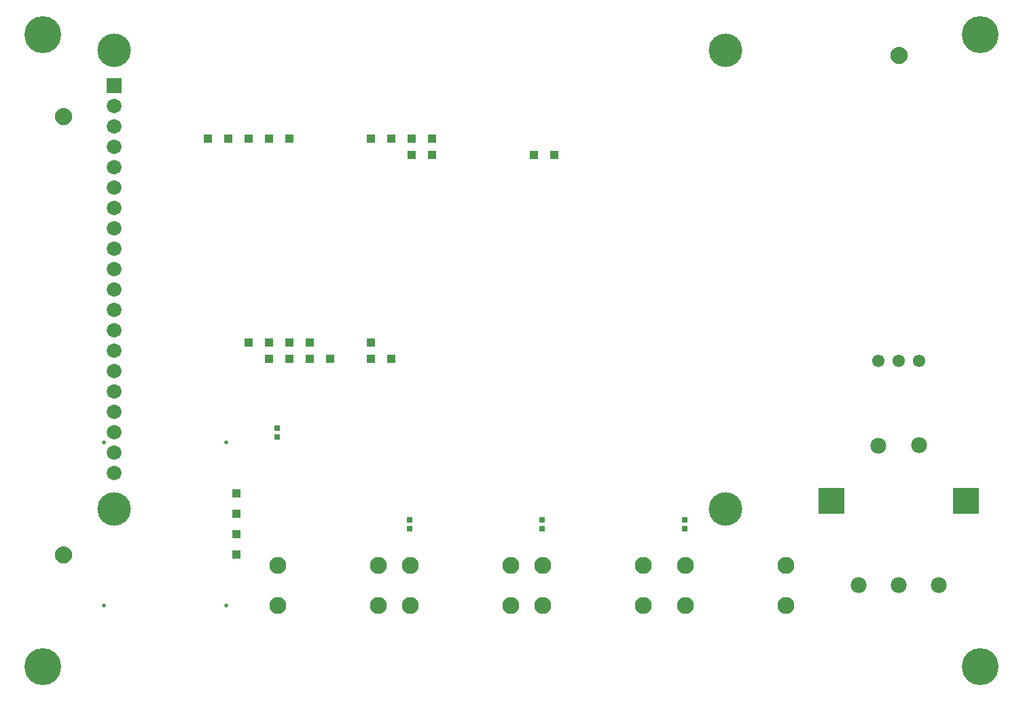
<source format=gbr>
G04 EAGLE Gerber RS-274X export*
G75*
%MOMM*%
%FSLAX34Y34*%
%LPD*%
%INSoldermask Top*%
%IPPOS*%
%AMOC8*
5,1,8,0,0,1.08239X$1,22.5*%
G01*
%ADD10C,2.112400*%
%ADD11C,1.552400*%
%ADD12R,1.057200X1.057200*%
%ADD13C,1.972400*%
%ADD14R,3.232400X3.232400*%
%ADD15R,0.660400X0.762000*%
%ADD16R,1.828800X1.828800*%
%ADD17C,1.828800*%
%ADD18C,4.168400*%
%ADD19C,4.597400*%
%ADD20C,0.502400*%
%ADD21C,0.609600*%
%ADD22C,1.168400*%


D10*
X468900Y177400D03*
X468900Y127400D03*
X343900Y127400D03*
X343900Y177400D03*
D11*
X1092600Y431800D03*
X1117600Y431800D03*
X1142600Y431800D03*
D12*
X383540Y454660D03*
X358140Y454660D03*
X332740Y454660D03*
X307340Y454660D03*
X408940Y434340D03*
X383540Y434340D03*
X358140Y434340D03*
X332740Y434340D03*
X459740Y454660D03*
X459740Y434340D03*
X281940Y708660D03*
X307340Y708660D03*
X332740Y708660D03*
X358140Y708660D03*
X459740Y708660D03*
X485140Y708660D03*
X510540Y708660D03*
X535940Y708660D03*
X535940Y688340D03*
X510540Y688340D03*
X485140Y434340D03*
X256540Y708660D03*
X662940Y688340D03*
X688340Y688340D03*
D13*
X1117600Y152400D03*
X1167600Y152400D03*
X1067600Y152400D03*
D14*
X1033600Y257400D03*
X1201600Y257400D03*
D13*
X1092600Y326400D03*
X1142600Y327400D03*
D15*
X342900Y348488D03*
X342900Y337312D03*
D10*
X634000Y177400D03*
X634000Y127400D03*
X509000Y127400D03*
X509000Y177400D03*
D15*
X508000Y234188D03*
X508000Y223012D03*
D10*
X799100Y177400D03*
X799100Y127400D03*
X674100Y127400D03*
X674100Y177400D03*
D15*
X673100Y234188D03*
X673100Y223012D03*
D10*
X976900Y177400D03*
X976900Y127400D03*
X851900Y127400D03*
X851900Y177400D03*
D15*
X850900Y234188D03*
X850900Y223012D03*
D16*
X139700Y774700D03*
D17*
X139700Y749300D03*
X139700Y723900D03*
X139700Y698500D03*
X139700Y673100D03*
X139700Y647700D03*
X139700Y622300D03*
X139700Y596900D03*
X139700Y571500D03*
X139700Y546100D03*
X139700Y520700D03*
X139700Y495300D03*
X139700Y469900D03*
X139700Y444500D03*
X139700Y419100D03*
X139700Y393700D03*
X139700Y368300D03*
X139700Y342900D03*
X139700Y317500D03*
X139700Y292100D03*
D18*
X139700Y819150D03*
X139700Y247650D03*
X901700Y819150D03*
X901700Y247650D03*
D19*
X50800Y838200D03*
X1219200Y50800D03*
X1219200Y838200D03*
X50800Y50800D03*
D12*
X292100Y190500D03*
X292100Y215900D03*
X292100Y241300D03*
X292100Y266700D03*
D20*
X127000Y127000D03*
X279400Y127000D03*
X279400Y330200D03*
X127000Y330200D03*
D21*
X68580Y190500D02*
X68582Y190687D01*
X68589Y190874D01*
X68601Y191061D01*
X68617Y191247D01*
X68637Y191433D01*
X68662Y191618D01*
X68692Y191803D01*
X68726Y191987D01*
X68765Y192170D01*
X68808Y192352D01*
X68856Y192532D01*
X68908Y192712D01*
X68965Y192890D01*
X69025Y193067D01*
X69091Y193242D01*
X69160Y193416D01*
X69234Y193588D01*
X69312Y193758D01*
X69394Y193926D01*
X69480Y194092D01*
X69570Y194256D01*
X69664Y194417D01*
X69762Y194577D01*
X69864Y194733D01*
X69970Y194888D01*
X70080Y195039D01*
X70193Y195188D01*
X70310Y195334D01*
X70430Y195477D01*
X70554Y195617D01*
X70681Y195754D01*
X70812Y195888D01*
X70946Y196019D01*
X71083Y196146D01*
X71223Y196270D01*
X71366Y196390D01*
X71512Y196507D01*
X71661Y196620D01*
X71812Y196730D01*
X71967Y196836D01*
X72123Y196938D01*
X72283Y197036D01*
X72444Y197130D01*
X72608Y197220D01*
X72774Y197306D01*
X72942Y197388D01*
X73112Y197466D01*
X73284Y197540D01*
X73458Y197609D01*
X73633Y197675D01*
X73810Y197735D01*
X73988Y197792D01*
X74168Y197844D01*
X74348Y197892D01*
X74530Y197935D01*
X74713Y197974D01*
X74897Y198008D01*
X75082Y198038D01*
X75267Y198063D01*
X75453Y198083D01*
X75639Y198099D01*
X75826Y198111D01*
X76013Y198118D01*
X76200Y198120D01*
X76387Y198118D01*
X76574Y198111D01*
X76761Y198099D01*
X76947Y198083D01*
X77133Y198063D01*
X77318Y198038D01*
X77503Y198008D01*
X77687Y197974D01*
X77870Y197935D01*
X78052Y197892D01*
X78232Y197844D01*
X78412Y197792D01*
X78590Y197735D01*
X78767Y197675D01*
X78942Y197609D01*
X79116Y197540D01*
X79288Y197466D01*
X79458Y197388D01*
X79626Y197306D01*
X79792Y197220D01*
X79956Y197130D01*
X80117Y197036D01*
X80277Y196938D01*
X80433Y196836D01*
X80588Y196730D01*
X80739Y196620D01*
X80888Y196507D01*
X81034Y196390D01*
X81177Y196270D01*
X81317Y196146D01*
X81454Y196019D01*
X81588Y195888D01*
X81719Y195754D01*
X81846Y195617D01*
X81970Y195477D01*
X82090Y195334D01*
X82207Y195188D01*
X82320Y195039D01*
X82430Y194888D01*
X82536Y194733D01*
X82638Y194577D01*
X82736Y194417D01*
X82830Y194256D01*
X82920Y194092D01*
X83006Y193926D01*
X83088Y193758D01*
X83166Y193588D01*
X83240Y193416D01*
X83309Y193242D01*
X83375Y193067D01*
X83435Y192890D01*
X83492Y192712D01*
X83544Y192532D01*
X83592Y192352D01*
X83635Y192170D01*
X83674Y191987D01*
X83708Y191803D01*
X83738Y191618D01*
X83763Y191433D01*
X83783Y191247D01*
X83799Y191061D01*
X83811Y190874D01*
X83818Y190687D01*
X83820Y190500D01*
X83818Y190313D01*
X83811Y190126D01*
X83799Y189939D01*
X83783Y189753D01*
X83763Y189567D01*
X83738Y189382D01*
X83708Y189197D01*
X83674Y189013D01*
X83635Y188830D01*
X83592Y188648D01*
X83544Y188468D01*
X83492Y188288D01*
X83435Y188110D01*
X83375Y187933D01*
X83309Y187758D01*
X83240Y187584D01*
X83166Y187412D01*
X83088Y187242D01*
X83006Y187074D01*
X82920Y186908D01*
X82830Y186744D01*
X82736Y186583D01*
X82638Y186423D01*
X82536Y186267D01*
X82430Y186112D01*
X82320Y185961D01*
X82207Y185812D01*
X82090Y185666D01*
X81970Y185523D01*
X81846Y185383D01*
X81719Y185246D01*
X81588Y185112D01*
X81454Y184981D01*
X81317Y184854D01*
X81177Y184730D01*
X81034Y184610D01*
X80888Y184493D01*
X80739Y184380D01*
X80588Y184270D01*
X80433Y184164D01*
X80277Y184062D01*
X80117Y183964D01*
X79956Y183870D01*
X79792Y183780D01*
X79626Y183694D01*
X79458Y183612D01*
X79288Y183534D01*
X79116Y183460D01*
X78942Y183391D01*
X78767Y183325D01*
X78590Y183265D01*
X78412Y183208D01*
X78232Y183156D01*
X78052Y183108D01*
X77870Y183065D01*
X77687Y183026D01*
X77503Y182992D01*
X77318Y182962D01*
X77133Y182937D01*
X76947Y182917D01*
X76761Y182901D01*
X76574Y182889D01*
X76387Y182882D01*
X76200Y182880D01*
X76013Y182882D01*
X75826Y182889D01*
X75639Y182901D01*
X75453Y182917D01*
X75267Y182937D01*
X75082Y182962D01*
X74897Y182992D01*
X74713Y183026D01*
X74530Y183065D01*
X74348Y183108D01*
X74168Y183156D01*
X73988Y183208D01*
X73810Y183265D01*
X73633Y183325D01*
X73458Y183391D01*
X73284Y183460D01*
X73112Y183534D01*
X72942Y183612D01*
X72774Y183694D01*
X72608Y183780D01*
X72444Y183870D01*
X72283Y183964D01*
X72123Y184062D01*
X71967Y184164D01*
X71812Y184270D01*
X71661Y184380D01*
X71512Y184493D01*
X71366Y184610D01*
X71223Y184730D01*
X71083Y184854D01*
X70946Y184981D01*
X70812Y185112D01*
X70681Y185246D01*
X70554Y185383D01*
X70430Y185523D01*
X70310Y185666D01*
X70193Y185812D01*
X70080Y185961D01*
X69970Y186112D01*
X69864Y186267D01*
X69762Y186423D01*
X69664Y186583D01*
X69570Y186744D01*
X69480Y186908D01*
X69394Y187074D01*
X69312Y187242D01*
X69234Y187412D01*
X69160Y187584D01*
X69091Y187758D01*
X69025Y187933D01*
X68965Y188110D01*
X68908Y188288D01*
X68856Y188468D01*
X68808Y188648D01*
X68765Y188830D01*
X68726Y189013D01*
X68692Y189197D01*
X68662Y189382D01*
X68637Y189567D01*
X68617Y189753D01*
X68601Y189939D01*
X68589Y190126D01*
X68582Y190313D01*
X68580Y190500D01*
D22*
X76200Y190500D03*
D21*
X1109980Y812800D02*
X1109982Y812987D01*
X1109989Y813174D01*
X1110001Y813361D01*
X1110017Y813547D01*
X1110037Y813733D01*
X1110062Y813918D01*
X1110092Y814103D01*
X1110126Y814287D01*
X1110165Y814470D01*
X1110208Y814652D01*
X1110256Y814832D01*
X1110308Y815012D01*
X1110365Y815190D01*
X1110425Y815367D01*
X1110491Y815542D01*
X1110560Y815716D01*
X1110634Y815888D01*
X1110712Y816058D01*
X1110794Y816226D01*
X1110880Y816392D01*
X1110970Y816556D01*
X1111064Y816717D01*
X1111162Y816877D01*
X1111264Y817033D01*
X1111370Y817188D01*
X1111480Y817339D01*
X1111593Y817488D01*
X1111710Y817634D01*
X1111830Y817777D01*
X1111954Y817917D01*
X1112081Y818054D01*
X1112212Y818188D01*
X1112346Y818319D01*
X1112483Y818446D01*
X1112623Y818570D01*
X1112766Y818690D01*
X1112912Y818807D01*
X1113061Y818920D01*
X1113212Y819030D01*
X1113367Y819136D01*
X1113523Y819238D01*
X1113683Y819336D01*
X1113844Y819430D01*
X1114008Y819520D01*
X1114174Y819606D01*
X1114342Y819688D01*
X1114512Y819766D01*
X1114684Y819840D01*
X1114858Y819909D01*
X1115033Y819975D01*
X1115210Y820035D01*
X1115388Y820092D01*
X1115568Y820144D01*
X1115748Y820192D01*
X1115930Y820235D01*
X1116113Y820274D01*
X1116297Y820308D01*
X1116482Y820338D01*
X1116667Y820363D01*
X1116853Y820383D01*
X1117039Y820399D01*
X1117226Y820411D01*
X1117413Y820418D01*
X1117600Y820420D01*
X1117787Y820418D01*
X1117974Y820411D01*
X1118161Y820399D01*
X1118347Y820383D01*
X1118533Y820363D01*
X1118718Y820338D01*
X1118903Y820308D01*
X1119087Y820274D01*
X1119270Y820235D01*
X1119452Y820192D01*
X1119632Y820144D01*
X1119812Y820092D01*
X1119990Y820035D01*
X1120167Y819975D01*
X1120342Y819909D01*
X1120516Y819840D01*
X1120688Y819766D01*
X1120858Y819688D01*
X1121026Y819606D01*
X1121192Y819520D01*
X1121356Y819430D01*
X1121517Y819336D01*
X1121677Y819238D01*
X1121833Y819136D01*
X1121988Y819030D01*
X1122139Y818920D01*
X1122288Y818807D01*
X1122434Y818690D01*
X1122577Y818570D01*
X1122717Y818446D01*
X1122854Y818319D01*
X1122988Y818188D01*
X1123119Y818054D01*
X1123246Y817917D01*
X1123370Y817777D01*
X1123490Y817634D01*
X1123607Y817488D01*
X1123720Y817339D01*
X1123830Y817188D01*
X1123936Y817033D01*
X1124038Y816877D01*
X1124136Y816717D01*
X1124230Y816556D01*
X1124320Y816392D01*
X1124406Y816226D01*
X1124488Y816058D01*
X1124566Y815888D01*
X1124640Y815716D01*
X1124709Y815542D01*
X1124775Y815367D01*
X1124835Y815190D01*
X1124892Y815012D01*
X1124944Y814832D01*
X1124992Y814652D01*
X1125035Y814470D01*
X1125074Y814287D01*
X1125108Y814103D01*
X1125138Y813918D01*
X1125163Y813733D01*
X1125183Y813547D01*
X1125199Y813361D01*
X1125211Y813174D01*
X1125218Y812987D01*
X1125220Y812800D01*
X1125218Y812613D01*
X1125211Y812426D01*
X1125199Y812239D01*
X1125183Y812053D01*
X1125163Y811867D01*
X1125138Y811682D01*
X1125108Y811497D01*
X1125074Y811313D01*
X1125035Y811130D01*
X1124992Y810948D01*
X1124944Y810768D01*
X1124892Y810588D01*
X1124835Y810410D01*
X1124775Y810233D01*
X1124709Y810058D01*
X1124640Y809884D01*
X1124566Y809712D01*
X1124488Y809542D01*
X1124406Y809374D01*
X1124320Y809208D01*
X1124230Y809044D01*
X1124136Y808883D01*
X1124038Y808723D01*
X1123936Y808567D01*
X1123830Y808412D01*
X1123720Y808261D01*
X1123607Y808112D01*
X1123490Y807966D01*
X1123370Y807823D01*
X1123246Y807683D01*
X1123119Y807546D01*
X1122988Y807412D01*
X1122854Y807281D01*
X1122717Y807154D01*
X1122577Y807030D01*
X1122434Y806910D01*
X1122288Y806793D01*
X1122139Y806680D01*
X1121988Y806570D01*
X1121833Y806464D01*
X1121677Y806362D01*
X1121517Y806264D01*
X1121356Y806170D01*
X1121192Y806080D01*
X1121026Y805994D01*
X1120858Y805912D01*
X1120688Y805834D01*
X1120516Y805760D01*
X1120342Y805691D01*
X1120167Y805625D01*
X1119990Y805565D01*
X1119812Y805508D01*
X1119632Y805456D01*
X1119452Y805408D01*
X1119270Y805365D01*
X1119087Y805326D01*
X1118903Y805292D01*
X1118718Y805262D01*
X1118533Y805237D01*
X1118347Y805217D01*
X1118161Y805201D01*
X1117974Y805189D01*
X1117787Y805182D01*
X1117600Y805180D01*
X1117413Y805182D01*
X1117226Y805189D01*
X1117039Y805201D01*
X1116853Y805217D01*
X1116667Y805237D01*
X1116482Y805262D01*
X1116297Y805292D01*
X1116113Y805326D01*
X1115930Y805365D01*
X1115748Y805408D01*
X1115568Y805456D01*
X1115388Y805508D01*
X1115210Y805565D01*
X1115033Y805625D01*
X1114858Y805691D01*
X1114684Y805760D01*
X1114512Y805834D01*
X1114342Y805912D01*
X1114174Y805994D01*
X1114008Y806080D01*
X1113844Y806170D01*
X1113683Y806264D01*
X1113523Y806362D01*
X1113367Y806464D01*
X1113212Y806570D01*
X1113061Y806680D01*
X1112912Y806793D01*
X1112766Y806910D01*
X1112623Y807030D01*
X1112483Y807154D01*
X1112346Y807281D01*
X1112212Y807412D01*
X1112081Y807546D01*
X1111954Y807683D01*
X1111830Y807823D01*
X1111710Y807966D01*
X1111593Y808112D01*
X1111480Y808261D01*
X1111370Y808412D01*
X1111264Y808567D01*
X1111162Y808723D01*
X1111064Y808883D01*
X1110970Y809044D01*
X1110880Y809208D01*
X1110794Y809374D01*
X1110712Y809542D01*
X1110634Y809712D01*
X1110560Y809884D01*
X1110491Y810058D01*
X1110425Y810233D01*
X1110365Y810410D01*
X1110308Y810588D01*
X1110256Y810768D01*
X1110208Y810948D01*
X1110165Y811130D01*
X1110126Y811313D01*
X1110092Y811497D01*
X1110062Y811682D01*
X1110037Y811867D01*
X1110017Y812053D01*
X1110001Y812239D01*
X1109989Y812426D01*
X1109982Y812613D01*
X1109980Y812800D01*
D22*
X1117600Y812800D03*
D21*
X68580Y736600D02*
X68582Y736787D01*
X68589Y736974D01*
X68601Y737161D01*
X68617Y737347D01*
X68637Y737533D01*
X68662Y737718D01*
X68692Y737903D01*
X68726Y738087D01*
X68765Y738270D01*
X68808Y738452D01*
X68856Y738632D01*
X68908Y738812D01*
X68965Y738990D01*
X69025Y739167D01*
X69091Y739342D01*
X69160Y739516D01*
X69234Y739688D01*
X69312Y739858D01*
X69394Y740026D01*
X69480Y740192D01*
X69570Y740356D01*
X69664Y740517D01*
X69762Y740677D01*
X69864Y740833D01*
X69970Y740988D01*
X70080Y741139D01*
X70193Y741288D01*
X70310Y741434D01*
X70430Y741577D01*
X70554Y741717D01*
X70681Y741854D01*
X70812Y741988D01*
X70946Y742119D01*
X71083Y742246D01*
X71223Y742370D01*
X71366Y742490D01*
X71512Y742607D01*
X71661Y742720D01*
X71812Y742830D01*
X71967Y742936D01*
X72123Y743038D01*
X72283Y743136D01*
X72444Y743230D01*
X72608Y743320D01*
X72774Y743406D01*
X72942Y743488D01*
X73112Y743566D01*
X73284Y743640D01*
X73458Y743709D01*
X73633Y743775D01*
X73810Y743835D01*
X73988Y743892D01*
X74168Y743944D01*
X74348Y743992D01*
X74530Y744035D01*
X74713Y744074D01*
X74897Y744108D01*
X75082Y744138D01*
X75267Y744163D01*
X75453Y744183D01*
X75639Y744199D01*
X75826Y744211D01*
X76013Y744218D01*
X76200Y744220D01*
X76387Y744218D01*
X76574Y744211D01*
X76761Y744199D01*
X76947Y744183D01*
X77133Y744163D01*
X77318Y744138D01*
X77503Y744108D01*
X77687Y744074D01*
X77870Y744035D01*
X78052Y743992D01*
X78232Y743944D01*
X78412Y743892D01*
X78590Y743835D01*
X78767Y743775D01*
X78942Y743709D01*
X79116Y743640D01*
X79288Y743566D01*
X79458Y743488D01*
X79626Y743406D01*
X79792Y743320D01*
X79956Y743230D01*
X80117Y743136D01*
X80277Y743038D01*
X80433Y742936D01*
X80588Y742830D01*
X80739Y742720D01*
X80888Y742607D01*
X81034Y742490D01*
X81177Y742370D01*
X81317Y742246D01*
X81454Y742119D01*
X81588Y741988D01*
X81719Y741854D01*
X81846Y741717D01*
X81970Y741577D01*
X82090Y741434D01*
X82207Y741288D01*
X82320Y741139D01*
X82430Y740988D01*
X82536Y740833D01*
X82638Y740677D01*
X82736Y740517D01*
X82830Y740356D01*
X82920Y740192D01*
X83006Y740026D01*
X83088Y739858D01*
X83166Y739688D01*
X83240Y739516D01*
X83309Y739342D01*
X83375Y739167D01*
X83435Y738990D01*
X83492Y738812D01*
X83544Y738632D01*
X83592Y738452D01*
X83635Y738270D01*
X83674Y738087D01*
X83708Y737903D01*
X83738Y737718D01*
X83763Y737533D01*
X83783Y737347D01*
X83799Y737161D01*
X83811Y736974D01*
X83818Y736787D01*
X83820Y736600D01*
X83818Y736413D01*
X83811Y736226D01*
X83799Y736039D01*
X83783Y735853D01*
X83763Y735667D01*
X83738Y735482D01*
X83708Y735297D01*
X83674Y735113D01*
X83635Y734930D01*
X83592Y734748D01*
X83544Y734568D01*
X83492Y734388D01*
X83435Y734210D01*
X83375Y734033D01*
X83309Y733858D01*
X83240Y733684D01*
X83166Y733512D01*
X83088Y733342D01*
X83006Y733174D01*
X82920Y733008D01*
X82830Y732844D01*
X82736Y732683D01*
X82638Y732523D01*
X82536Y732367D01*
X82430Y732212D01*
X82320Y732061D01*
X82207Y731912D01*
X82090Y731766D01*
X81970Y731623D01*
X81846Y731483D01*
X81719Y731346D01*
X81588Y731212D01*
X81454Y731081D01*
X81317Y730954D01*
X81177Y730830D01*
X81034Y730710D01*
X80888Y730593D01*
X80739Y730480D01*
X80588Y730370D01*
X80433Y730264D01*
X80277Y730162D01*
X80117Y730064D01*
X79956Y729970D01*
X79792Y729880D01*
X79626Y729794D01*
X79458Y729712D01*
X79288Y729634D01*
X79116Y729560D01*
X78942Y729491D01*
X78767Y729425D01*
X78590Y729365D01*
X78412Y729308D01*
X78232Y729256D01*
X78052Y729208D01*
X77870Y729165D01*
X77687Y729126D01*
X77503Y729092D01*
X77318Y729062D01*
X77133Y729037D01*
X76947Y729017D01*
X76761Y729001D01*
X76574Y728989D01*
X76387Y728982D01*
X76200Y728980D01*
X76013Y728982D01*
X75826Y728989D01*
X75639Y729001D01*
X75453Y729017D01*
X75267Y729037D01*
X75082Y729062D01*
X74897Y729092D01*
X74713Y729126D01*
X74530Y729165D01*
X74348Y729208D01*
X74168Y729256D01*
X73988Y729308D01*
X73810Y729365D01*
X73633Y729425D01*
X73458Y729491D01*
X73284Y729560D01*
X73112Y729634D01*
X72942Y729712D01*
X72774Y729794D01*
X72608Y729880D01*
X72444Y729970D01*
X72283Y730064D01*
X72123Y730162D01*
X71967Y730264D01*
X71812Y730370D01*
X71661Y730480D01*
X71512Y730593D01*
X71366Y730710D01*
X71223Y730830D01*
X71083Y730954D01*
X70946Y731081D01*
X70812Y731212D01*
X70681Y731346D01*
X70554Y731483D01*
X70430Y731623D01*
X70310Y731766D01*
X70193Y731912D01*
X70080Y732061D01*
X69970Y732212D01*
X69864Y732367D01*
X69762Y732523D01*
X69664Y732683D01*
X69570Y732844D01*
X69480Y733008D01*
X69394Y733174D01*
X69312Y733342D01*
X69234Y733512D01*
X69160Y733684D01*
X69091Y733858D01*
X69025Y734033D01*
X68965Y734210D01*
X68908Y734388D01*
X68856Y734568D01*
X68808Y734748D01*
X68765Y734930D01*
X68726Y735113D01*
X68692Y735297D01*
X68662Y735482D01*
X68637Y735667D01*
X68617Y735853D01*
X68601Y736039D01*
X68589Y736226D01*
X68582Y736413D01*
X68580Y736600D01*
D22*
X76200Y736600D03*
M02*

</source>
